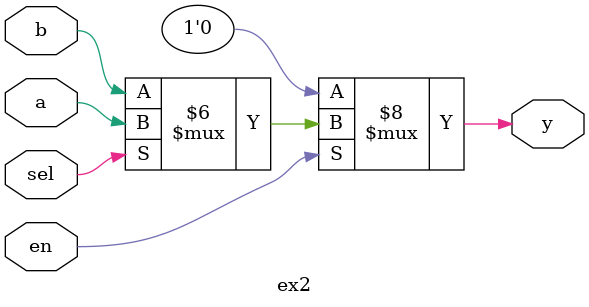
<source format=v>
module ex2 (
input a,b,sel,en,
output reg y
);

always @(*) begin
    if(en == 1'b1) begin
	     if(sel == 1'b1) y<=a;
		  else            y<=b;
    end
	 else begin
	    y<=0;
    end
end

endmodule
</source>
